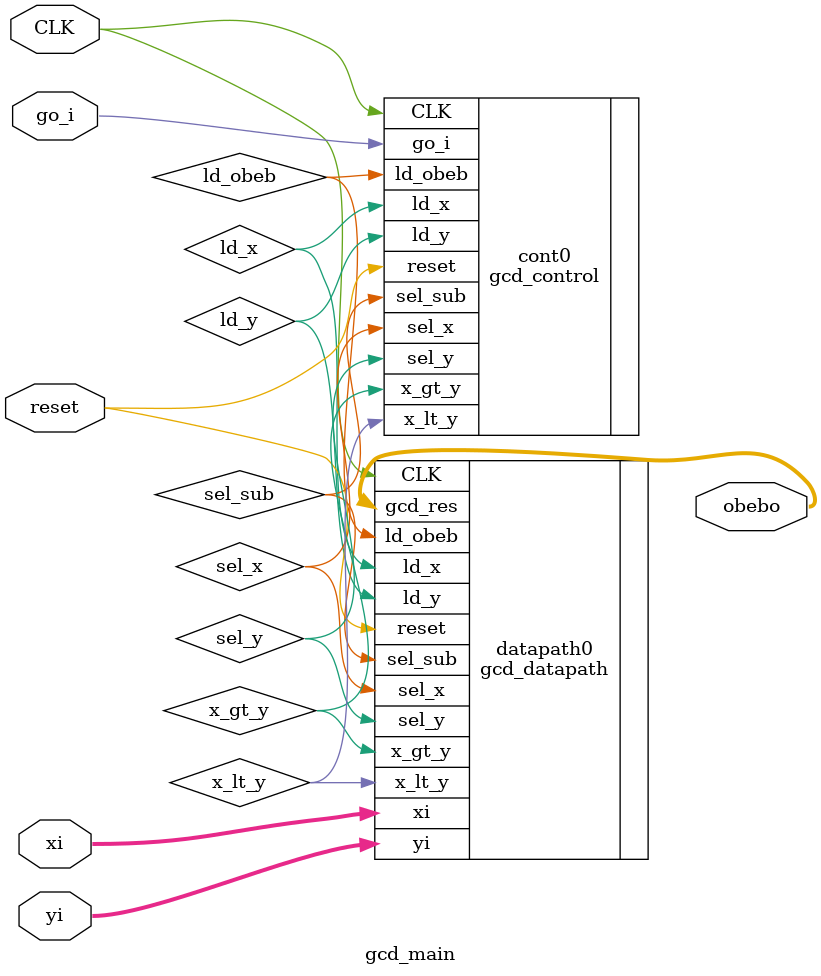
<source format=v>

module gcd_main(
	input CLK,
	input go_i,
	input reset,
	input [31:0] xi,
	input [31:0] yi,
	output [31:0] obebo
);

wire x_gt_y;
wire x_lt_y;
wire ld_x;
wire ld_y;
wire ld_obeb;
wire sel_x;
wire sel_y;
wire sel_sub;


gcd_control cont0(
	.CLK(CLK),
	.reset(reset),
	.go_i(go_i),
	.x_gt_y(x_gt_y), 
	.x_lt_y(x_lt_y),
	.ld_x(ld_x),
	.ld_y(ld_y),
	.ld_obeb(ld_obeb),
	.sel_x(sel_x),
	.sel_y(sel_y),
	.sel_sub(sel_sub)	
);



gcd_datapath datapath0(
	.CLK(CLK),
	.xi(xi),
	.yi(yi),
	.sel_x(sel_x),
	.sel_y(sel_y),
	.sel_sub(sel_sub),
	.ld_x(ld_x),
	.ld_y(ld_y),
	.ld_obeb(ld_obeb),
	.reset(reset),
	.x_gt_y(x_gt_y),
	.x_lt_y(x_lt_y),
	.gcd_res(obebo)	
);




endmodule

</source>
